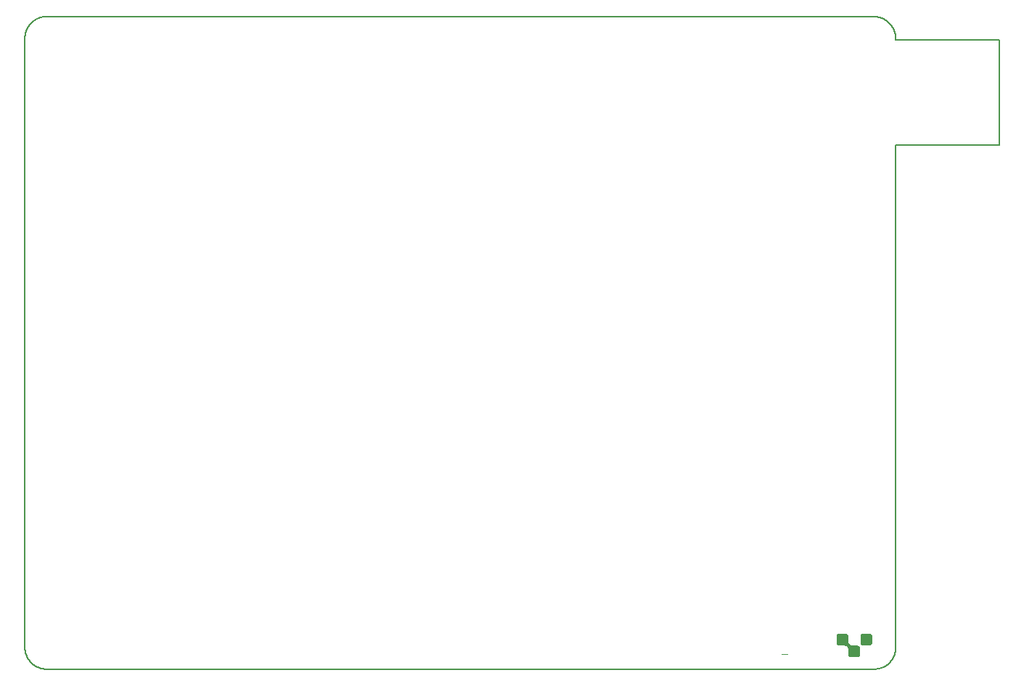
<source format=gbo>
G75*
%MOIN*%
%OFA0B0*%
%FSLAX25Y25*%
%IPPOS*%
%LPD*%
%AMOC8*
5,1,8,0,0,1.08239X$1,22.5*
%
%ADD10C,0.00500*%
%ADD11C,0.00300*%
D10*
X0015000Y0005000D02*
X0395000Y0005000D01*
X0395242Y0005003D01*
X0395483Y0005012D01*
X0395724Y0005026D01*
X0395965Y0005047D01*
X0396205Y0005073D01*
X0396445Y0005105D01*
X0396684Y0005143D01*
X0396921Y0005186D01*
X0397158Y0005236D01*
X0397393Y0005291D01*
X0397627Y0005351D01*
X0397859Y0005418D01*
X0398090Y0005489D01*
X0398319Y0005567D01*
X0398546Y0005650D01*
X0398771Y0005738D01*
X0398994Y0005832D01*
X0399214Y0005931D01*
X0399432Y0006036D01*
X0399647Y0006145D01*
X0399860Y0006260D01*
X0400070Y0006380D01*
X0400276Y0006505D01*
X0400480Y0006635D01*
X0400681Y0006770D01*
X0400878Y0006910D01*
X0401072Y0007054D01*
X0401262Y0007203D01*
X0401448Y0007357D01*
X0401631Y0007515D01*
X0401810Y0007677D01*
X0401985Y0007844D01*
X0402156Y0008015D01*
X0402323Y0008190D01*
X0402485Y0008369D01*
X0402643Y0008552D01*
X0402797Y0008738D01*
X0402946Y0008928D01*
X0403090Y0009122D01*
X0403230Y0009319D01*
X0403365Y0009520D01*
X0403495Y0009724D01*
X0403620Y0009930D01*
X0403740Y0010140D01*
X0403855Y0010353D01*
X0403964Y0010568D01*
X0404069Y0010786D01*
X0404168Y0011006D01*
X0404262Y0011229D01*
X0404350Y0011454D01*
X0404433Y0011681D01*
X0404511Y0011910D01*
X0404582Y0012141D01*
X0404649Y0012373D01*
X0404709Y0012607D01*
X0404764Y0012842D01*
X0404814Y0013079D01*
X0404857Y0013316D01*
X0404895Y0013555D01*
X0404927Y0013795D01*
X0404953Y0014035D01*
X0404974Y0014276D01*
X0404988Y0014517D01*
X0404997Y0014758D01*
X0405000Y0015000D01*
X0405000Y0245787D01*
X0452500Y0245787D01*
X0452500Y0294213D01*
X0405000Y0294213D01*
X0405000Y0294212D02*
X0405006Y0294464D01*
X0405006Y0294715D01*
X0405001Y0294966D01*
X0404989Y0295217D01*
X0404971Y0295468D01*
X0404947Y0295718D01*
X0404917Y0295968D01*
X0404882Y0296217D01*
X0404840Y0296464D01*
X0404792Y0296711D01*
X0404738Y0296957D01*
X0404678Y0297201D01*
X0404613Y0297443D01*
X0404541Y0297684D01*
X0404464Y0297923D01*
X0404381Y0298161D01*
X0404292Y0298396D01*
X0404198Y0298629D01*
X0404098Y0298859D01*
X0403992Y0299088D01*
X0403881Y0299313D01*
X0403765Y0299536D01*
X0403643Y0299756D01*
X0403516Y0299972D01*
X0403383Y0300186D01*
X0403246Y0300397D01*
X0403104Y0300604D01*
X0402956Y0300807D01*
X0402804Y0301007D01*
X0402647Y0301204D01*
X0402485Y0301396D01*
X0402319Y0301584D01*
X0402148Y0301769D01*
X0401972Y0301949D01*
X0401793Y0302125D01*
X0401609Y0302296D01*
X0401421Y0302463D01*
X0401229Y0302625D01*
X0401034Y0302783D01*
X0400834Y0302936D01*
X0400631Y0303084D01*
X0400424Y0303227D01*
X0400214Y0303365D01*
X0400001Y0303498D01*
X0399785Y0303626D01*
X0399565Y0303749D01*
X0399343Y0303866D01*
X0399118Y0303977D01*
X0398890Y0304084D01*
X0398660Y0304185D01*
X0398427Y0304280D01*
X0398192Y0304369D01*
X0397955Y0304453D01*
X0397716Y0304531D01*
X0397476Y0304603D01*
X0397233Y0304670D01*
X0396989Y0304730D01*
X0396744Y0304785D01*
X0396497Y0304834D01*
X0396250Y0304876D01*
X0396001Y0304913D01*
X0395752Y0304944D01*
X0395501Y0304968D01*
X0395251Y0304987D01*
X0395000Y0305000D01*
X0015000Y0305000D01*
X0014758Y0304997D01*
X0014517Y0304988D01*
X0014276Y0304974D01*
X0014035Y0304953D01*
X0013795Y0304927D01*
X0013555Y0304895D01*
X0013316Y0304857D01*
X0013079Y0304814D01*
X0012842Y0304764D01*
X0012607Y0304709D01*
X0012373Y0304649D01*
X0012141Y0304582D01*
X0011910Y0304511D01*
X0011681Y0304433D01*
X0011454Y0304350D01*
X0011229Y0304262D01*
X0011006Y0304168D01*
X0010786Y0304069D01*
X0010568Y0303964D01*
X0010353Y0303855D01*
X0010140Y0303740D01*
X0009930Y0303620D01*
X0009724Y0303495D01*
X0009520Y0303365D01*
X0009319Y0303230D01*
X0009122Y0303090D01*
X0008928Y0302946D01*
X0008738Y0302797D01*
X0008552Y0302643D01*
X0008369Y0302485D01*
X0008190Y0302323D01*
X0008015Y0302156D01*
X0007844Y0301985D01*
X0007677Y0301810D01*
X0007515Y0301631D01*
X0007357Y0301448D01*
X0007203Y0301262D01*
X0007054Y0301072D01*
X0006910Y0300878D01*
X0006770Y0300681D01*
X0006635Y0300480D01*
X0006505Y0300276D01*
X0006380Y0300070D01*
X0006260Y0299860D01*
X0006145Y0299647D01*
X0006036Y0299432D01*
X0005931Y0299214D01*
X0005832Y0298994D01*
X0005738Y0298771D01*
X0005650Y0298546D01*
X0005567Y0298319D01*
X0005489Y0298090D01*
X0005418Y0297859D01*
X0005351Y0297627D01*
X0005291Y0297393D01*
X0005236Y0297158D01*
X0005186Y0296921D01*
X0005143Y0296684D01*
X0005105Y0296445D01*
X0005073Y0296205D01*
X0005047Y0295965D01*
X0005026Y0295724D01*
X0005012Y0295483D01*
X0005003Y0295242D01*
X0005000Y0295000D01*
X0005000Y0015000D01*
X0005003Y0014758D01*
X0005012Y0014517D01*
X0005026Y0014276D01*
X0005047Y0014035D01*
X0005073Y0013795D01*
X0005105Y0013555D01*
X0005143Y0013316D01*
X0005186Y0013079D01*
X0005236Y0012842D01*
X0005291Y0012607D01*
X0005351Y0012373D01*
X0005418Y0012141D01*
X0005489Y0011910D01*
X0005567Y0011681D01*
X0005650Y0011454D01*
X0005738Y0011229D01*
X0005832Y0011006D01*
X0005931Y0010786D01*
X0006036Y0010568D01*
X0006145Y0010353D01*
X0006260Y0010140D01*
X0006380Y0009930D01*
X0006505Y0009724D01*
X0006635Y0009520D01*
X0006770Y0009319D01*
X0006910Y0009122D01*
X0007054Y0008928D01*
X0007203Y0008738D01*
X0007357Y0008552D01*
X0007515Y0008369D01*
X0007677Y0008190D01*
X0007844Y0008015D01*
X0008015Y0007844D01*
X0008190Y0007677D01*
X0008369Y0007515D01*
X0008552Y0007357D01*
X0008738Y0007203D01*
X0008928Y0007054D01*
X0009122Y0006910D01*
X0009319Y0006770D01*
X0009520Y0006635D01*
X0009724Y0006505D01*
X0009930Y0006380D01*
X0010140Y0006260D01*
X0010353Y0006145D01*
X0010568Y0006036D01*
X0010786Y0005931D01*
X0011006Y0005832D01*
X0011229Y0005738D01*
X0011454Y0005650D01*
X0011681Y0005567D01*
X0011910Y0005489D01*
X0012141Y0005418D01*
X0012373Y0005351D01*
X0012607Y0005291D01*
X0012842Y0005236D01*
X0013079Y0005186D01*
X0013316Y0005143D01*
X0013555Y0005105D01*
X0013795Y0005073D01*
X0014035Y0005047D01*
X0014276Y0005026D01*
X0014517Y0005012D01*
X0014758Y0005003D01*
X0015000Y0005000D01*
D11*
X0352650Y0012002D02*
X0355119Y0012002D01*
X0377784Y0016991D02*
X0377750Y0017250D01*
X0377750Y0020250D01*
X0377784Y0020509D01*
X0377884Y0020750D01*
X0378043Y0020957D01*
X0378250Y0021116D01*
X0378491Y0021216D01*
X0378750Y0021250D01*
X0381750Y0021250D01*
X0382009Y0021216D01*
X0382250Y0021116D01*
X0382457Y0020957D01*
X0382616Y0020750D01*
X0382716Y0020509D01*
X0382750Y0020250D01*
X0382750Y0018250D01*
X0382798Y0017762D01*
X0382940Y0017293D01*
X0383171Y0016861D01*
X0383482Y0016482D01*
X0383861Y0016171D01*
X0384293Y0015940D01*
X0384762Y0015798D01*
X0385250Y0015750D01*
X0387250Y0015750D01*
X0387509Y0015716D01*
X0387750Y0015616D01*
X0387957Y0015457D01*
X0388116Y0015250D01*
X0388216Y0015009D01*
X0388250Y0014750D01*
X0388250Y0011750D01*
X0388216Y0011491D01*
X0388116Y0011250D01*
X0387957Y0011043D01*
X0387750Y0010884D01*
X0387509Y0010784D01*
X0387250Y0010750D01*
X0384250Y0010750D01*
X0383991Y0010784D01*
X0383750Y0010884D01*
X0383543Y0011043D01*
X0383384Y0011250D01*
X0383284Y0011491D01*
X0383250Y0011750D01*
X0383250Y0013750D01*
X0383202Y0014238D01*
X0383060Y0014707D01*
X0382829Y0015139D01*
X0382518Y0015518D01*
X0382139Y0015829D01*
X0381707Y0016060D01*
X0381238Y0016202D01*
X0380750Y0016250D01*
X0378750Y0016250D01*
X0378491Y0016284D01*
X0378250Y0016384D01*
X0378043Y0016543D01*
X0377884Y0016750D01*
X0377784Y0016991D01*
X0377805Y0016940D02*
X0383129Y0016940D01*
X0382969Y0017239D02*
X0377751Y0017239D01*
X0377750Y0017537D02*
X0382866Y0017537D01*
X0382791Y0017836D02*
X0377750Y0017836D01*
X0377750Y0018134D02*
X0382761Y0018134D01*
X0382750Y0018433D02*
X0377750Y0018433D01*
X0377750Y0018732D02*
X0382750Y0018732D01*
X0382750Y0019030D02*
X0377750Y0019030D01*
X0377750Y0019329D02*
X0382750Y0019329D01*
X0382750Y0019627D02*
X0377750Y0019627D01*
X0377750Y0019926D02*
X0382750Y0019926D01*
X0382750Y0020224D02*
X0377750Y0020224D01*
X0377790Y0020523D02*
X0382710Y0020523D01*
X0382561Y0020821D02*
X0377939Y0020821D01*
X0378259Y0021120D02*
X0382241Y0021120D01*
X0383351Y0016642D02*
X0377967Y0016642D01*
X0378348Y0016343D02*
X0383651Y0016343D01*
X0384098Y0016045D02*
X0381734Y0016045D01*
X0382239Y0015746D02*
X0387277Y0015746D01*
X0387964Y0015448D02*
X0382575Y0015448D01*
X0382820Y0015149D02*
X0388158Y0015149D01*
X0388237Y0014851D02*
X0382983Y0014851D01*
X0383107Y0014552D02*
X0388250Y0014552D01*
X0388250Y0014254D02*
X0383197Y0014254D01*
X0383230Y0013955D02*
X0388250Y0013955D01*
X0388250Y0013657D02*
X0383250Y0013657D01*
X0383250Y0013358D02*
X0388250Y0013358D01*
X0388250Y0013060D02*
X0383250Y0013060D01*
X0383250Y0012761D02*
X0388250Y0012761D01*
X0388250Y0012463D02*
X0383250Y0012463D01*
X0383250Y0012164D02*
X0388250Y0012164D01*
X0388250Y0011866D02*
X0383250Y0011866D01*
X0383274Y0011567D02*
X0388226Y0011567D01*
X0388124Y0011269D02*
X0383376Y0011269D01*
X0383638Y0010970D02*
X0387862Y0010970D01*
X0389491Y0016284D02*
X0389750Y0016250D01*
X0392750Y0016250D01*
X0393009Y0016284D01*
X0393250Y0016384D01*
X0393457Y0016543D01*
X0393616Y0016750D01*
X0393716Y0016991D01*
X0393750Y0017250D01*
X0393750Y0020250D01*
X0393716Y0020509D01*
X0393616Y0020750D01*
X0393457Y0020957D01*
X0393250Y0021116D01*
X0393009Y0021216D01*
X0392750Y0021250D01*
X0389750Y0021250D01*
X0389491Y0021216D01*
X0389250Y0021116D01*
X0389043Y0020957D01*
X0388884Y0020750D01*
X0388784Y0020509D01*
X0388750Y0020250D01*
X0388750Y0017250D01*
X0388784Y0016991D01*
X0388884Y0016750D01*
X0389043Y0016543D01*
X0389250Y0016384D01*
X0389491Y0016284D01*
X0389348Y0016343D02*
X0393152Y0016343D01*
X0393533Y0016642D02*
X0388967Y0016642D01*
X0388805Y0016940D02*
X0393695Y0016940D01*
X0393749Y0017239D02*
X0388751Y0017239D01*
X0388750Y0017537D02*
X0393750Y0017537D01*
X0393750Y0017836D02*
X0388750Y0017836D01*
X0388750Y0018134D02*
X0393750Y0018134D01*
X0393750Y0018433D02*
X0388750Y0018433D01*
X0388750Y0018732D02*
X0393750Y0018732D01*
X0393750Y0019030D02*
X0388750Y0019030D01*
X0388750Y0019329D02*
X0393750Y0019329D01*
X0393750Y0019627D02*
X0388750Y0019627D01*
X0388750Y0019926D02*
X0393750Y0019926D01*
X0393750Y0020224D02*
X0388750Y0020224D01*
X0388790Y0020523D02*
X0393710Y0020523D01*
X0393561Y0020821D02*
X0388939Y0020821D01*
X0389259Y0021120D02*
X0393241Y0021120D01*
M02*

</source>
